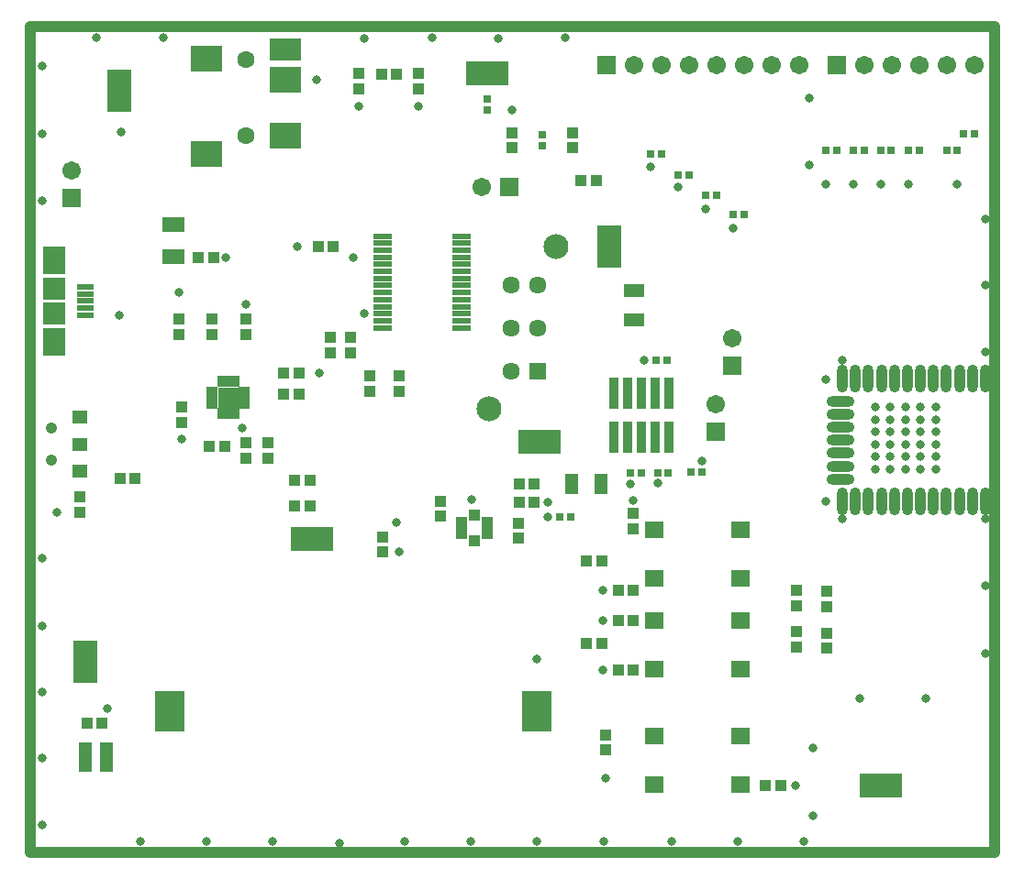
<source format=gts>
G04 Layer_Color=8388736*
%FSLAX25Y25*%
%MOIN*%
G70*
G01*
G75*
%ADD41C,0.04000*%
%ADD58R,0.04186X0.01863*%
%ADD59R,0.01863X0.04186*%
%ADD60R,0.06706X0.02375*%
%ADD61R,0.07500X0.07500*%
%ADD62R,0.02000X0.04000*%
%ADD63R,0.04000X0.02000*%
%ADD64R,0.04737X0.11036*%
%ADD65R,0.05524X0.04737*%
%ADD66R,0.15761X0.08792*%
%ADD67R,0.08792X0.15761*%
%ADD68R,0.07965X0.05524*%
%ADD69R,0.11036X0.14579*%
%ADD70R,0.03950X0.04343*%
%ADD71R,0.07493X0.05131*%
%ADD72R,0.05131X0.07493*%
%ADD73R,0.04343X0.03950*%
%ADD74R,0.03162X0.02768*%
%ADD75R,0.06902X0.05918*%
%ADD76R,0.03713X0.11784*%
%ADD77R,0.02768X0.03162*%
%ADD78O,0.03950X0.10249*%
%ADD79O,0.10249X0.03950*%
%ADD80R,0.08280X0.09855*%
%ADD81R,0.08280X0.07887*%
%ADD82R,0.06312X0.02375*%
%ADD83R,0.11430X0.07887*%
%ADD84R,0.11430X0.09461*%
%ADD85C,0.04147*%
%ADD86R,0.06706X0.06706*%
%ADD87C,0.06706*%
%ADD88R,0.06706X0.06706*%
%ADD89C,0.09068*%
%ADD90R,0.06343X0.06343*%
%ADD91C,0.06343*%
%ADD92C,0.06312*%
%ADD93C,0.03200*%
%ADD94C,0.02800*%
G36*
X228662Y145307D02*
X225342D01*
Y156691D01*
X228662D01*
Y145307D01*
D02*
G37*
G36*
X233665D02*
X230343D01*
Y156691D01*
X233665D01*
Y145307D01*
D02*
G37*
G36*
X223660D02*
X220342D01*
Y156689D01*
X223660D01*
Y145307D01*
D02*
G37*
G36*
X213644D02*
X210343D01*
Y156689D01*
X213644D01*
Y145307D01*
D02*
G37*
G36*
X218653D02*
X215342D01*
Y156690D01*
X218653D01*
Y145307D01*
D02*
G37*
G36*
X228661Y161307D02*
X225342D01*
Y172701D01*
X228661D01*
Y161307D01*
D02*
G37*
G36*
X233678D02*
X230343D01*
Y172717D01*
X233678D01*
Y161307D01*
D02*
G37*
G36*
X223661D02*
X220342D01*
Y172719D01*
X223661D01*
Y161307D01*
D02*
G37*
G36*
X213644D02*
X210343D01*
Y172715D01*
X213644D01*
Y161307D01*
D02*
G37*
G36*
X218654D02*
X215342D01*
Y172707D01*
X218654D01*
Y161307D01*
D02*
G37*
D41*
X0Y0D02*
X288500D01*
X0Y300500D02*
X288500D01*
X0Y0D02*
Y300500D01*
X288500Y0D02*
X350500D01*
Y300500D01*
X288500D02*
X350500D01*
D58*
X156835Y115047D02*
D03*
Y117016D02*
D03*
Y118984D02*
D03*
Y120953D02*
D03*
X166165D02*
D03*
Y118984D02*
D03*
Y117016D02*
D03*
Y115047D02*
D03*
D59*
X162484Y113335D02*
D03*
X160516D02*
D03*
Y122665D02*
D03*
X162484D02*
D03*
D60*
X128228Y190866D02*
D03*
Y193425D02*
D03*
Y195984D02*
D03*
Y198543D02*
D03*
Y201102D02*
D03*
Y203661D02*
D03*
Y206221D02*
D03*
Y208780D02*
D03*
Y211339D02*
D03*
Y213898D02*
D03*
Y216457D02*
D03*
Y219016D02*
D03*
Y221575D02*
D03*
Y224134D02*
D03*
X156772D02*
D03*
Y221575D02*
D03*
Y219016D02*
D03*
Y216457D02*
D03*
Y213898D02*
D03*
Y211339D02*
D03*
Y208780D02*
D03*
Y206221D02*
D03*
Y203661D02*
D03*
Y201102D02*
D03*
Y198543D02*
D03*
Y195984D02*
D03*
Y193425D02*
D03*
Y190866D02*
D03*
D61*
X72000Y165500D02*
D03*
D62*
X69000Y171300D02*
D03*
X71000D02*
D03*
X73000D02*
D03*
X75000D02*
D03*
Y159700D02*
D03*
X73000D02*
D03*
X71000D02*
D03*
X69000D02*
D03*
D63*
X77800Y168500D02*
D03*
Y166500D02*
D03*
Y164500D02*
D03*
Y162500D02*
D03*
X66200D02*
D03*
Y164500D02*
D03*
Y166500D02*
D03*
Y168500D02*
D03*
D64*
X27937Y34874D02*
D03*
X20063D02*
D03*
D65*
X18118Y138657D02*
D03*
Y148500D02*
D03*
Y158343D02*
D03*
D66*
X166000Y283500D02*
D03*
X185000Y149500D02*
D03*
X102500Y114000D02*
D03*
X309000Y24500D02*
D03*
D67*
X210500Y220500D02*
D03*
X32500Y277000D02*
D03*
X20000Y69500D02*
D03*
D68*
X52000Y216575D02*
D03*
Y228425D02*
D03*
D69*
X50965Y51500D02*
D03*
X184035D02*
D03*
D70*
X202244Y76000D02*
D03*
X207756D02*
D03*
X101756Y126000D02*
D03*
X96244D02*
D03*
X101756Y135500D02*
D03*
X96244D02*
D03*
X219256Y66500D02*
D03*
X213744D02*
D03*
X219256Y95500D02*
D03*
X213744D02*
D03*
X267244Y24500D02*
D03*
X272756D02*
D03*
X219256Y84500D02*
D03*
X213744D02*
D03*
X32744Y136000D02*
D03*
X38256D02*
D03*
X92244Y174300D02*
D03*
X97756D02*
D03*
X20744Y47000D02*
D03*
X26256D02*
D03*
X92244Y166800D02*
D03*
X97756D02*
D03*
X70756Y147800D02*
D03*
X65244D02*
D03*
X177744Y134000D02*
D03*
X183256D02*
D03*
X104744Y220500D02*
D03*
X110256D02*
D03*
X127744Y283000D02*
D03*
X133256D02*
D03*
X202244Y106000D02*
D03*
X207756D02*
D03*
X200244Y244500D02*
D03*
X205756D02*
D03*
X177744Y127500D02*
D03*
X183256D02*
D03*
X61244Y216500D02*
D03*
X66756D02*
D03*
D71*
X219500Y193685D02*
D03*
Y204315D02*
D03*
D72*
X196685Y134000D02*
D03*
X207315D02*
D03*
D73*
X278500Y80256D02*
D03*
Y74744D02*
D03*
X289500Y79756D02*
D03*
Y74244D02*
D03*
X116500Y181744D02*
D03*
Y187256D02*
D03*
X109000Y181744D02*
D03*
Y187256D02*
D03*
X219000Y117744D02*
D03*
Y123256D02*
D03*
X18000Y129256D02*
D03*
Y123744D02*
D03*
X128000Y114756D02*
D03*
Y109244D02*
D03*
X197000Y256244D02*
D03*
Y261756D02*
D03*
X123500Y167744D02*
D03*
Y173256D02*
D03*
X134000Y167744D02*
D03*
Y173256D02*
D03*
X66000Y188544D02*
D03*
Y194056D02*
D03*
X54000Y188544D02*
D03*
Y194056D02*
D03*
X78500Y188544D02*
D03*
Y194056D02*
D03*
X86500Y143544D02*
D03*
Y149056D02*
D03*
X78500Y143544D02*
D03*
Y149056D02*
D03*
X55000Y156544D02*
D03*
Y162056D02*
D03*
X149000Y122244D02*
D03*
Y127756D02*
D03*
X177500Y114244D02*
D03*
Y119756D02*
D03*
X141000Y283256D02*
D03*
Y277744D02*
D03*
X119500Y283256D02*
D03*
Y277744D02*
D03*
X209000Y37244D02*
D03*
Y42756D02*
D03*
X289500Y95000D02*
D03*
Y89488D02*
D03*
X278500Y95256D02*
D03*
Y89744D02*
D03*
X175000Y256244D02*
D03*
Y261756D02*
D03*
D74*
X225532Y254000D02*
D03*
X229468D02*
D03*
X235531Y246500D02*
D03*
X239469D02*
D03*
X245532Y239000D02*
D03*
X249468D02*
D03*
X255532Y232000D02*
D03*
X259469D02*
D03*
X289032Y255500D02*
D03*
X292969D02*
D03*
X299031D02*
D03*
X302969D02*
D03*
X309032D02*
D03*
X312968D02*
D03*
X319032D02*
D03*
X322969D02*
D03*
X336968Y255500D02*
D03*
X333032D02*
D03*
X339032Y261500D02*
D03*
X342969D02*
D03*
X228031Y138000D02*
D03*
X231968D02*
D03*
X218032D02*
D03*
X221969D02*
D03*
X243969Y138500D02*
D03*
X240032D02*
D03*
X192532Y122000D02*
D03*
X196468D02*
D03*
X227532Y179000D02*
D03*
X231469D02*
D03*
D75*
X258150Y24642D02*
D03*
X226850D02*
D03*
X258150Y42358D02*
D03*
X226850D02*
D03*
Y84358D02*
D03*
X258150D02*
D03*
X226850Y66642D02*
D03*
X258150D02*
D03*
X226850Y117358D02*
D03*
X258150D02*
D03*
X226850Y99642D02*
D03*
X258150D02*
D03*
D76*
X232000Y167000D02*
D03*
Y151000D02*
D03*
X227000Y167000D02*
D03*
Y151000D02*
D03*
X222000Y167000D02*
D03*
Y151000D02*
D03*
X217000Y167000D02*
D03*
Y151000D02*
D03*
X212000Y167000D02*
D03*
Y151000D02*
D03*
D77*
X166000Y270031D02*
D03*
Y273969D02*
D03*
X186000Y260968D02*
D03*
Y257031D02*
D03*
D78*
X347142Y127756D02*
D03*
X342417D02*
D03*
X337693D02*
D03*
X332968D02*
D03*
X328244D02*
D03*
X323520D02*
D03*
X318795D02*
D03*
X314071D02*
D03*
X309347D02*
D03*
X304622D02*
D03*
X299898D02*
D03*
X295173D02*
D03*
Y172244D02*
D03*
X299898D02*
D03*
X304622D02*
D03*
X309347D02*
D03*
X314071D02*
D03*
X318795D02*
D03*
X323520D02*
D03*
X328244D02*
D03*
X332968D02*
D03*
X337693D02*
D03*
X342417D02*
D03*
X347142D02*
D03*
D79*
X294622Y135827D02*
D03*
Y140551D02*
D03*
Y145276D02*
D03*
Y150000D02*
D03*
Y154724D02*
D03*
Y159449D02*
D03*
Y164173D02*
D03*
D80*
X8779Y185854D02*
D03*
Y215382D02*
D03*
D81*
Y196091D02*
D03*
Y205146D02*
D03*
D82*
X20000Y195500D02*
D03*
Y198059D02*
D03*
Y200618D02*
D03*
Y203177D02*
D03*
Y205736D02*
D03*
D83*
X92870Y292216D02*
D03*
D84*
X64130Y254028D02*
D03*
Y288673D02*
D03*
X92870Y260720D02*
D03*
Y281193D02*
D03*
D85*
X7882Y142595D02*
D03*
Y154405D02*
D03*
D86*
X255000Y177000D02*
D03*
X249000Y153000D02*
D03*
X15000Y238000D02*
D03*
D87*
X255000Y187000D02*
D03*
X249000Y163000D02*
D03*
X164000Y242000D02*
D03*
X279500Y286500D02*
D03*
X269500D02*
D03*
X259500D02*
D03*
X249500D02*
D03*
X239500D02*
D03*
X229500D02*
D03*
X219500D02*
D03*
X15000Y248000D02*
D03*
X343000Y286500D02*
D03*
X333000D02*
D03*
X323000D02*
D03*
X313000D02*
D03*
X303000D02*
D03*
D88*
X174000Y242000D02*
D03*
X209500Y286500D02*
D03*
X293000D02*
D03*
D89*
X166783Y161224D02*
D03*
X191193Y220280D02*
D03*
D90*
X184500Y175004D02*
D03*
D91*
Y190752D02*
D03*
Y206500D02*
D03*
X174657Y175004D02*
D03*
Y190752D02*
D03*
Y206500D02*
D03*
D92*
X78500Y260720D02*
D03*
Y288280D02*
D03*
D93*
X347000Y230500D02*
D03*
Y206500D02*
D03*
X307000Y157500D02*
D03*
X312500Y162000D02*
D03*
X323500D02*
D03*
X312500Y157500D02*
D03*
Y153000D02*
D03*
Y148500D02*
D03*
Y144000D02*
D03*
Y139500D02*
D03*
X323500D02*
D03*
Y144000D02*
D03*
Y148500D02*
D03*
Y153000D02*
D03*
Y157500D02*
D03*
X325500Y56000D02*
D03*
X301500D02*
D03*
X289000Y127756D02*
D03*
Y172000D02*
D03*
X112500Y3500D02*
D03*
X347000Y182000D02*
D03*
X283000Y250000D02*
D03*
Y274500D02*
D03*
X194500Y296500D02*
D03*
X170000Y296000D02*
D03*
X146000Y296500D02*
D03*
X121500Y296000D02*
D03*
X24000Y296500D02*
D03*
X48500D02*
D03*
X4500Y261500D02*
D03*
Y286000D02*
D03*
Y237000D02*
D03*
Y107000D02*
D03*
Y10000D02*
D03*
Y82500D02*
D03*
Y58500D02*
D03*
Y34500D02*
D03*
X88000Y4000D02*
D03*
X64000D02*
D03*
X40000D02*
D03*
X208500D02*
D03*
X184000D02*
D03*
X160000D02*
D03*
X136000D02*
D03*
X233000D02*
D03*
X257000D02*
D03*
X284500Y13500D02*
D03*
Y38000D02*
D03*
X281000Y4000D02*
D03*
X347000Y72500D02*
D03*
Y97000D02*
D03*
X307000Y162000D02*
D03*
Y153000D02*
D03*
Y139500D02*
D03*
Y144000D02*
D03*
Y148500D02*
D03*
X318000Y162000D02*
D03*
Y157500D02*
D03*
Y153000D02*
D03*
Y139500D02*
D03*
Y144000D02*
D03*
Y148500D02*
D03*
X329000D02*
D03*
Y144000D02*
D03*
Y139500D02*
D03*
Y153000D02*
D03*
Y157500D02*
D03*
Y162000D02*
D03*
X184000Y70500D02*
D03*
X28000Y52500D02*
D03*
X174969Y270031D02*
D03*
X209000Y27000D02*
D03*
X336968Y243032D02*
D03*
X319032Y242969D02*
D03*
X309000Y243000D02*
D03*
X289032Y243032D02*
D03*
X299000Y243000D02*
D03*
X219000Y128000D02*
D03*
X188000Y122000D02*
D03*
Y127500D02*
D03*
X223000Y179000D02*
D03*
X208000Y66500D02*
D03*
Y95500D02*
D03*
X54000Y203800D02*
D03*
X55000Y150300D02*
D03*
X9744Y123744D02*
D03*
X105000Y174300D02*
D03*
X133000Y120000D02*
D03*
X32500Y195500D02*
D03*
X33000Y262000D02*
D03*
X78500Y199500D02*
D03*
X104000Y281000D02*
D03*
X121500Y196000D02*
D03*
X208000Y84500D02*
D03*
X71000Y216500D02*
D03*
X160516Y128484D02*
D03*
X347000Y121500D02*
D03*
X295000Y179000D02*
D03*
X244000Y142500D02*
D03*
X228000Y134500D02*
D03*
X218000Y134000D02*
D03*
X295000Y121500D02*
D03*
X225500Y249500D02*
D03*
X235500Y242000D02*
D03*
X245500Y234000D02*
D03*
X255500Y227000D02*
D03*
X77300Y154500D02*
D03*
X278000Y24500D02*
D03*
X141000Y271500D02*
D03*
X119500D02*
D03*
X134244Y109244D02*
D03*
X117500Y216500D02*
D03*
X97000Y220500D02*
D03*
D94*
X72000Y165800D02*
D03*
M02*

</source>
